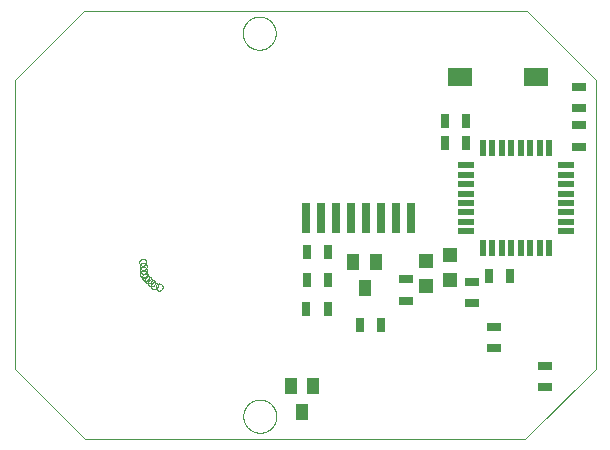
<source format=gtp>
G75*
%MOIN*%
%OFA0B0*%
%FSLAX25Y25*%
%IPPOS*%
%LPD*%
%AMOC8*
5,1,8,0,0,1.08239X$1,22.5*
%
%ADD10C,0.00000*%
%ADD11R,0.02000X0.05800*%
%ADD12R,0.05800X0.02000*%
%ADD13R,0.03150X0.04724*%
%ADD14R,0.04724X0.03150*%
%ADD15R,0.07874X0.06299*%
%ADD16R,0.04724X0.04724*%
%ADD17R,0.03000X0.10000*%
%ADD18R,0.03937X0.05512*%
D10*
X0001855Y0024792D02*
X0025398Y0001249D01*
X0172170Y0001249D01*
X0195713Y0024792D01*
X0195713Y0120934D01*
X0172564Y0144083D01*
X0025005Y0144083D01*
X0001855Y0120934D01*
X0001855Y0024792D01*
X0043627Y0056328D02*
X0043629Y0056397D01*
X0043635Y0056465D01*
X0043645Y0056533D01*
X0043659Y0056600D01*
X0043677Y0056667D01*
X0043698Y0056732D01*
X0043724Y0056796D01*
X0043753Y0056858D01*
X0043785Y0056918D01*
X0043821Y0056977D01*
X0043861Y0057033D01*
X0043903Y0057087D01*
X0043949Y0057138D01*
X0043998Y0057187D01*
X0044049Y0057233D01*
X0044103Y0057275D01*
X0044159Y0057315D01*
X0044217Y0057351D01*
X0044278Y0057383D01*
X0044340Y0057412D01*
X0044404Y0057438D01*
X0044469Y0057459D01*
X0044536Y0057477D01*
X0044603Y0057491D01*
X0044671Y0057501D01*
X0044739Y0057507D01*
X0044808Y0057509D01*
X0044877Y0057507D01*
X0044945Y0057501D01*
X0045013Y0057491D01*
X0045080Y0057477D01*
X0045147Y0057459D01*
X0045212Y0057438D01*
X0045276Y0057412D01*
X0045338Y0057383D01*
X0045398Y0057351D01*
X0045457Y0057315D01*
X0045513Y0057275D01*
X0045567Y0057233D01*
X0045618Y0057187D01*
X0045667Y0057138D01*
X0045713Y0057087D01*
X0045755Y0057033D01*
X0045795Y0056977D01*
X0045831Y0056918D01*
X0045863Y0056858D01*
X0045892Y0056796D01*
X0045918Y0056732D01*
X0045939Y0056667D01*
X0045957Y0056600D01*
X0045971Y0056533D01*
X0045981Y0056465D01*
X0045987Y0056397D01*
X0045989Y0056328D01*
X0045987Y0056259D01*
X0045981Y0056191D01*
X0045971Y0056123D01*
X0045957Y0056056D01*
X0045939Y0055989D01*
X0045918Y0055924D01*
X0045892Y0055860D01*
X0045863Y0055798D01*
X0045831Y0055737D01*
X0045795Y0055679D01*
X0045755Y0055623D01*
X0045713Y0055569D01*
X0045667Y0055518D01*
X0045618Y0055469D01*
X0045567Y0055423D01*
X0045513Y0055381D01*
X0045457Y0055341D01*
X0045399Y0055305D01*
X0045338Y0055273D01*
X0045276Y0055244D01*
X0045212Y0055218D01*
X0045147Y0055197D01*
X0045080Y0055179D01*
X0045013Y0055165D01*
X0044945Y0055155D01*
X0044877Y0055149D01*
X0044808Y0055147D01*
X0044739Y0055149D01*
X0044671Y0055155D01*
X0044603Y0055165D01*
X0044536Y0055179D01*
X0044469Y0055197D01*
X0044404Y0055218D01*
X0044340Y0055244D01*
X0044278Y0055273D01*
X0044217Y0055305D01*
X0044159Y0055341D01*
X0044103Y0055381D01*
X0044049Y0055423D01*
X0043998Y0055469D01*
X0043949Y0055518D01*
X0043903Y0055569D01*
X0043861Y0055623D01*
X0043821Y0055679D01*
X0043785Y0055737D01*
X0043753Y0055798D01*
X0043724Y0055860D01*
X0043698Y0055924D01*
X0043677Y0055989D01*
X0043659Y0056056D01*
X0043645Y0056123D01*
X0043635Y0056191D01*
X0043629Y0056259D01*
X0043627Y0056328D01*
X0043528Y0057607D02*
X0043530Y0057676D01*
X0043536Y0057744D01*
X0043546Y0057812D01*
X0043560Y0057879D01*
X0043578Y0057946D01*
X0043599Y0058011D01*
X0043625Y0058075D01*
X0043654Y0058137D01*
X0043686Y0058197D01*
X0043722Y0058256D01*
X0043762Y0058312D01*
X0043804Y0058366D01*
X0043850Y0058417D01*
X0043899Y0058466D01*
X0043950Y0058512D01*
X0044004Y0058554D01*
X0044060Y0058594D01*
X0044118Y0058630D01*
X0044179Y0058662D01*
X0044241Y0058691D01*
X0044305Y0058717D01*
X0044370Y0058738D01*
X0044437Y0058756D01*
X0044504Y0058770D01*
X0044572Y0058780D01*
X0044640Y0058786D01*
X0044709Y0058788D01*
X0044778Y0058786D01*
X0044846Y0058780D01*
X0044914Y0058770D01*
X0044981Y0058756D01*
X0045048Y0058738D01*
X0045113Y0058717D01*
X0045177Y0058691D01*
X0045239Y0058662D01*
X0045299Y0058630D01*
X0045358Y0058594D01*
X0045414Y0058554D01*
X0045468Y0058512D01*
X0045519Y0058466D01*
X0045568Y0058417D01*
X0045614Y0058366D01*
X0045656Y0058312D01*
X0045696Y0058256D01*
X0045732Y0058197D01*
X0045764Y0058137D01*
X0045793Y0058075D01*
X0045819Y0058011D01*
X0045840Y0057946D01*
X0045858Y0057879D01*
X0045872Y0057812D01*
X0045882Y0057744D01*
X0045888Y0057676D01*
X0045890Y0057607D01*
X0045888Y0057538D01*
X0045882Y0057470D01*
X0045872Y0057402D01*
X0045858Y0057335D01*
X0045840Y0057268D01*
X0045819Y0057203D01*
X0045793Y0057139D01*
X0045764Y0057077D01*
X0045732Y0057016D01*
X0045696Y0056958D01*
X0045656Y0056902D01*
X0045614Y0056848D01*
X0045568Y0056797D01*
X0045519Y0056748D01*
X0045468Y0056702D01*
X0045414Y0056660D01*
X0045358Y0056620D01*
X0045300Y0056584D01*
X0045239Y0056552D01*
X0045177Y0056523D01*
X0045113Y0056497D01*
X0045048Y0056476D01*
X0044981Y0056458D01*
X0044914Y0056444D01*
X0044846Y0056434D01*
X0044778Y0056428D01*
X0044709Y0056426D01*
X0044640Y0056428D01*
X0044572Y0056434D01*
X0044504Y0056444D01*
X0044437Y0056458D01*
X0044370Y0056476D01*
X0044305Y0056497D01*
X0044241Y0056523D01*
X0044179Y0056552D01*
X0044118Y0056584D01*
X0044060Y0056620D01*
X0044004Y0056660D01*
X0043950Y0056702D01*
X0043899Y0056748D01*
X0043850Y0056797D01*
X0043804Y0056848D01*
X0043762Y0056902D01*
X0043722Y0056958D01*
X0043686Y0057016D01*
X0043654Y0057077D01*
X0043625Y0057139D01*
X0043599Y0057203D01*
X0043578Y0057268D01*
X0043560Y0057335D01*
X0043546Y0057402D01*
X0043536Y0057470D01*
X0043530Y0057538D01*
X0043528Y0057607D01*
X0043528Y0058887D02*
X0043530Y0058956D01*
X0043536Y0059024D01*
X0043546Y0059092D01*
X0043560Y0059159D01*
X0043578Y0059226D01*
X0043599Y0059291D01*
X0043625Y0059355D01*
X0043654Y0059417D01*
X0043686Y0059477D01*
X0043722Y0059536D01*
X0043762Y0059592D01*
X0043804Y0059646D01*
X0043850Y0059697D01*
X0043899Y0059746D01*
X0043950Y0059792D01*
X0044004Y0059834D01*
X0044060Y0059874D01*
X0044118Y0059910D01*
X0044179Y0059942D01*
X0044241Y0059971D01*
X0044305Y0059997D01*
X0044370Y0060018D01*
X0044437Y0060036D01*
X0044504Y0060050D01*
X0044572Y0060060D01*
X0044640Y0060066D01*
X0044709Y0060068D01*
X0044778Y0060066D01*
X0044846Y0060060D01*
X0044914Y0060050D01*
X0044981Y0060036D01*
X0045048Y0060018D01*
X0045113Y0059997D01*
X0045177Y0059971D01*
X0045239Y0059942D01*
X0045299Y0059910D01*
X0045358Y0059874D01*
X0045414Y0059834D01*
X0045468Y0059792D01*
X0045519Y0059746D01*
X0045568Y0059697D01*
X0045614Y0059646D01*
X0045656Y0059592D01*
X0045696Y0059536D01*
X0045732Y0059477D01*
X0045764Y0059417D01*
X0045793Y0059355D01*
X0045819Y0059291D01*
X0045840Y0059226D01*
X0045858Y0059159D01*
X0045872Y0059092D01*
X0045882Y0059024D01*
X0045888Y0058956D01*
X0045890Y0058887D01*
X0045888Y0058818D01*
X0045882Y0058750D01*
X0045872Y0058682D01*
X0045858Y0058615D01*
X0045840Y0058548D01*
X0045819Y0058483D01*
X0045793Y0058419D01*
X0045764Y0058357D01*
X0045732Y0058296D01*
X0045696Y0058238D01*
X0045656Y0058182D01*
X0045614Y0058128D01*
X0045568Y0058077D01*
X0045519Y0058028D01*
X0045468Y0057982D01*
X0045414Y0057940D01*
X0045358Y0057900D01*
X0045300Y0057864D01*
X0045239Y0057832D01*
X0045177Y0057803D01*
X0045113Y0057777D01*
X0045048Y0057756D01*
X0044981Y0057738D01*
X0044914Y0057724D01*
X0044846Y0057714D01*
X0044778Y0057708D01*
X0044709Y0057706D01*
X0044640Y0057708D01*
X0044572Y0057714D01*
X0044504Y0057724D01*
X0044437Y0057738D01*
X0044370Y0057756D01*
X0044305Y0057777D01*
X0044241Y0057803D01*
X0044179Y0057832D01*
X0044118Y0057864D01*
X0044060Y0057900D01*
X0044004Y0057940D01*
X0043950Y0057982D01*
X0043899Y0058028D01*
X0043850Y0058077D01*
X0043804Y0058128D01*
X0043762Y0058182D01*
X0043722Y0058238D01*
X0043686Y0058296D01*
X0043654Y0058357D01*
X0043625Y0058419D01*
X0043599Y0058483D01*
X0043578Y0058548D01*
X0043560Y0058615D01*
X0043546Y0058682D01*
X0043536Y0058750D01*
X0043530Y0058818D01*
X0043528Y0058887D01*
X0043430Y0060265D02*
X0043432Y0060334D01*
X0043438Y0060402D01*
X0043448Y0060470D01*
X0043462Y0060537D01*
X0043480Y0060604D01*
X0043501Y0060669D01*
X0043527Y0060733D01*
X0043556Y0060795D01*
X0043588Y0060855D01*
X0043624Y0060914D01*
X0043664Y0060970D01*
X0043706Y0061024D01*
X0043752Y0061075D01*
X0043801Y0061124D01*
X0043852Y0061170D01*
X0043906Y0061212D01*
X0043962Y0061252D01*
X0044020Y0061288D01*
X0044081Y0061320D01*
X0044143Y0061349D01*
X0044207Y0061375D01*
X0044272Y0061396D01*
X0044339Y0061414D01*
X0044406Y0061428D01*
X0044474Y0061438D01*
X0044542Y0061444D01*
X0044611Y0061446D01*
X0044680Y0061444D01*
X0044748Y0061438D01*
X0044816Y0061428D01*
X0044883Y0061414D01*
X0044950Y0061396D01*
X0045015Y0061375D01*
X0045079Y0061349D01*
X0045141Y0061320D01*
X0045201Y0061288D01*
X0045260Y0061252D01*
X0045316Y0061212D01*
X0045370Y0061170D01*
X0045421Y0061124D01*
X0045470Y0061075D01*
X0045516Y0061024D01*
X0045558Y0060970D01*
X0045598Y0060914D01*
X0045634Y0060855D01*
X0045666Y0060795D01*
X0045695Y0060733D01*
X0045721Y0060669D01*
X0045742Y0060604D01*
X0045760Y0060537D01*
X0045774Y0060470D01*
X0045784Y0060402D01*
X0045790Y0060334D01*
X0045792Y0060265D01*
X0045790Y0060196D01*
X0045784Y0060128D01*
X0045774Y0060060D01*
X0045760Y0059993D01*
X0045742Y0059926D01*
X0045721Y0059861D01*
X0045695Y0059797D01*
X0045666Y0059735D01*
X0045634Y0059674D01*
X0045598Y0059616D01*
X0045558Y0059560D01*
X0045516Y0059506D01*
X0045470Y0059455D01*
X0045421Y0059406D01*
X0045370Y0059360D01*
X0045316Y0059318D01*
X0045260Y0059278D01*
X0045202Y0059242D01*
X0045141Y0059210D01*
X0045079Y0059181D01*
X0045015Y0059155D01*
X0044950Y0059134D01*
X0044883Y0059116D01*
X0044816Y0059102D01*
X0044748Y0059092D01*
X0044680Y0059086D01*
X0044611Y0059084D01*
X0044542Y0059086D01*
X0044474Y0059092D01*
X0044406Y0059102D01*
X0044339Y0059116D01*
X0044272Y0059134D01*
X0044207Y0059155D01*
X0044143Y0059181D01*
X0044081Y0059210D01*
X0044020Y0059242D01*
X0043962Y0059278D01*
X0043906Y0059318D01*
X0043852Y0059360D01*
X0043801Y0059406D01*
X0043752Y0059455D01*
X0043706Y0059506D01*
X0043664Y0059560D01*
X0043624Y0059616D01*
X0043588Y0059674D01*
X0043556Y0059735D01*
X0043527Y0059797D01*
X0043501Y0059861D01*
X0043480Y0059926D01*
X0043462Y0059993D01*
X0043448Y0060060D01*
X0043438Y0060128D01*
X0043432Y0060196D01*
X0043430Y0060265D01*
X0044316Y0055245D02*
X0044318Y0055314D01*
X0044324Y0055382D01*
X0044334Y0055450D01*
X0044348Y0055517D01*
X0044366Y0055584D01*
X0044387Y0055649D01*
X0044413Y0055713D01*
X0044442Y0055775D01*
X0044474Y0055835D01*
X0044510Y0055894D01*
X0044550Y0055950D01*
X0044592Y0056004D01*
X0044638Y0056055D01*
X0044687Y0056104D01*
X0044738Y0056150D01*
X0044792Y0056192D01*
X0044848Y0056232D01*
X0044906Y0056268D01*
X0044967Y0056300D01*
X0045029Y0056329D01*
X0045093Y0056355D01*
X0045158Y0056376D01*
X0045225Y0056394D01*
X0045292Y0056408D01*
X0045360Y0056418D01*
X0045428Y0056424D01*
X0045497Y0056426D01*
X0045566Y0056424D01*
X0045634Y0056418D01*
X0045702Y0056408D01*
X0045769Y0056394D01*
X0045836Y0056376D01*
X0045901Y0056355D01*
X0045965Y0056329D01*
X0046027Y0056300D01*
X0046087Y0056268D01*
X0046146Y0056232D01*
X0046202Y0056192D01*
X0046256Y0056150D01*
X0046307Y0056104D01*
X0046356Y0056055D01*
X0046402Y0056004D01*
X0046444Y0055950D01*
X0046484Y0055894D01*
X0046520Y0055835D01*
X0046552Y0055775D01*
X0046581Y0055713D01*
X0046607Y0055649D01*
X0046628Y0055584D01*
X0046646Y0055517D01*
X0046660Y0055450D01*
X0046670Y0055382D01*
X0046676Y0055314D01*
X0046678Y0055245D01*
X0046676Y0055176D01*
X0046670Y0055108D01*
X0046660Y0055040D01*
X0046646Y0054973D01*
X0046628Y0054906D01*
X0046607Y0054841D01*
X0046581Y0054777D01*
X0046552Y0054715D01*
X0046520Y0054654D01*
X0046484Y0054596D01*
X0046444Y0054540D01*
X0046402Y0054486D01*
X0046356Y0054435D01*
X0046307Y0054386D01*
X0046256Y0054340D01*
X0046202Y0054298D01*
X0046146Y0054258D01*
X0046088Y0054222D01*
X0046027Y0054190D01*
X0045965Y0054161D01*
X0045901Y0054135D01*
X0045836Y0054114D01*
X0045769Y0054096D01*
X0045702Y0054082D01*
X0045634Y0054072D01*
X0045566Y0054066D01*
X0045497Y0054064D01*
X0045428Y0054066D01*
X0045360Y0054072D01*
X0045292Y0054082D01*
X0045225Y0054096D01*
X0045158Y0054114D01*
X0045093Y0054135D01*
X0045029Y0054161D01*
X0044967Y0054190D01*
X0044906Y0054222D01*
X0044848Y0054258D01*
X0044792Y0054298D01*
X0044738Y0054340D01*
X0044687Y0054386D01*
X0044638Y0054435D01*
X0044592Y0054486D01*
X0044550Y0054540D01*
X0044510Y0054596D01*
X0044474Y0054654D01*
X0044442Y0054715D01*
X0044413Y0054777D01*
X0044387Y0054841D01*
X0044366Y0054906D01*
X0044348Y0054973D01*
X0044334Y0055040D01*
X0044324Y0055108D01*
X0044318Y0055176D01*
X0044316Y0055245D01*
X0045202Y0054359D02*
X0045204Y0054428D01*
X0045210Y0054496D01*
X0045220Y0054564D01*
X0045234Y0054631D01*
X0045252Y0054698D01*
X0045273Y0054763D01*
X0045299Y0054827D01*
X0045328Y0054889D01*
X0045360Y0054949D01*
X0045396Y0055008D01*
X0045436Y0055064D01*
X0045478Y0055118D01*
X0045524Y0055169D01*
X0045573Y0055218D01*
X0045624Y0055264D01*
X0045678Y0055306D01*
X0045734Y0055346D01*
X0045792Y0055382D01*
X0045853Y0055414D01*
X0045915Y0055443D01*
X0045979Y0055469D01*
X0046044Y0055490D01*
X0046111Y0055508D01*
X0046178Y0055522D01*
X0046246Y0055532D01*
X0046314Y0055538D01*
X0046383Y0055540D01*
X0046452Y0055538D01*
X0046520Y0055532D01*
X0046588Y0055522D01*
X0046655Y0055508D01*
X0046722Y0055490D01*
X0046787Y0055469D01*
X0046851Y0055443D01*
X0046913Y0055414D01*
X0046973Y0055382D01*
X0047032Y0055346D01*
X0047088Y0055306D01*
X0047142Y0055264D01*
X0047193Y0055218D01*
X0047242Y0055169D01*
X0047288Y0055118D01*
X0047330Y0055064D01*
X0047370Y0055008D01*
X0047406Y0054949D01*
X0047438Y0054889D01*
X0047467Y0054827D01*
X0047493Y0054763D01*
X0047514Y0054698D01*
X0047532Y0054631D01*
X0047546Y0054564D01*
X0047556Y0054496D01*
X0047562Y0054428D01*
X0047564Y0054359D01*
X0047562Y0054290D01*
X0047556Y0054222D01*
X0047546Y0054154D01*
X0047532Y0054087D01*
X0047514Y0054020D01*
X0047493Y0053955D01*
X0047467Y0053891D01*
X0047438Y0053829D01*
X0047406Y0053768D01*
X0047370Y0053710D01*
X0047330Y0053654D01*
X0047288Y0053600D01*
X0047242Y0053549D01*
X0047193Y0053500D01*
X0047142Y0053454D01*
X0047088Y0053412D01*
X0047032Y0053372D01*
X0046974Y0053336D01*
X0046913Y0053304D01*
X0046851Y0053275D01*
X0046787Y0053249D01*
X0046722Y0053228D01*
X0046655Y0053210D01*
X0046588Y0053196D01*
X0046520Y0053186D01*
X0046452Y0053180D01*
X0046383Y0053178D01*
X0046314Y0053180D01*
X0046246Y0053186D01*
X0046178Y0053196D01*
X0046111Y0053210D01*
X0046044Y0053228D01*
X0045979Y0053249D01*
X0045915Y0053275D01*
X0045853Y0053304D01*
X0045792Y0053336D01*
X0045734Y0053372D01*
X0045678Y0053412D01*
X0045624Y0053454D01*
X0045573Y0053500D01*
X0045524Y0053549D01*
X0045478Y0053600D01*
X0045436Y0053654D01*
X0045396Y0053710D01*
X0045360Y0053768D01*
X0045328Y0053829D01*
X0045299Y0053891D01*
X0045273Y0053955D01*
X0045252Y0054020D01*
X0045234Y0054087D01*
X0045220Y0054154D01*
X0045210Y0054222D01*
X0045204Y0054290D01*
X0045202Y0054359D01*
X0046284Y0053375D02*
X0046286Y0053444D01*
X0046292Y0053512D01*
X0046302Y0053580D01*
X0046316Y0053647D01*
X0046334Y0053714D01*
X0046355Y0053779D01*
X0046381Y0053843D01*
X0046410Y0053905D01*
X0046442Y0053965D01*
X0046478Y0054024D01*
X0046518Y0054080D01*
X0046560Y0054134D01*
X0046606Y0054185D01*
X0046655Y0054234D01*
X0046706Y0054280D01*
X0046760Y0054322D01*
X0046816Y0054362D01*
X0046874Y0054398D01*
X0046935Y0054430D01*
X0046997Y0054459D01*
X0047061Y0054485D01*
X0047126Y0054506D01*
X0047193Y0054524D01*
X0047260Y0054538D01*
X0047328Y0054548D01*
X0047396Y0054554D01*
X0047465Y0054556D01*
X0047534Y0054554D01*
X0047602Y0054548D01*
X0047670Y0054538D01*
X0047737Y0054524D01*
X0047804Y0054506D01*
X0047869Y0054485D01*
X0047933Y0054459D01*
X0047995Y0054430D01*
X0048055Y0054398D01*
X0048114Y0054362D01*
X0048170Y0054322D01*
X0048224Y0054280D01*
X0048275Y0054234D01*
X0048324Y0054185D01*
X0048370Y0054134D01*
X0048412Y0054080D01*
X0048452Y0054024D01*
X0048488Y0053965D01*
X0048520Y0053905D01*
X0048549Y0053843D01*
X0048575Y0053779D01*
X0048596Y0053714D01*
X0048614Y0053647D01*
X0048628Y0053580D01*
X0048638Y0053512D01*
X0048644Y0053444D01*
X0048646Y0053375D01*
X0048644Y0053306D01*
X0048638Y0053238D01*
X0048628Y0053170D01*
X0048614Y0053103D01*
X0048596Y0053036D01*
X0048575Y0052971D01*
X0048549Y0052907D01*
X0048520Y0052845D01*
X0048488Y0052784D01*
X0048452Y0052726D01*
X0048412Y0052670D01*
X0048370Y0052616D01*
X0048324Y0052565D01*
X0048275Y0052516D01*
X0048224Y0052470D01*
X0048170Y0052428D01*
X0048114Y0052388D01*
X0048056Y0052352D01*
X0047995Y0052320D01*
X0047933Y0052291D01*
X0047869Y0052265D01*
X0047804Y0052244D01*
X0047737Y0052226D01*
X0047670Y0052212D01*
X0047602Y0052202D01*
X0047534Y0052196D01*
X0047465Y0052194D01*
X0047396Y0052196D01*
X0047328Y0052202D01*
X0047260Y0052212D01*
X0047193Y0052226D01*
X0047126Y0052244D01*
X0047061Y0052265D01*
X0046997Y0052291D01*
X0046935Y0052320D01*
X0046874Y0052352D01*
X0046816Y0052388D01*
X0046760Y0052428D01*
X0046706Y0052470D01*
X0046655Y0052516D01*
X0046606Y0052565D01*
X0046560Y0052616D01*
X0046518Y0052670D01*
X0046478Y0052726D01*
X0046442Y0052784D01*
X0046410Y0052845D01*
X0046381Y0052907D01*
X0046355Y0052971D01*
X0046334Y0053036D01*
X0046316Y0053103D01*
X0046302Y0053170D01*
X0046292Y0053238D01*
X0046286Y0053306D01*
X0046284Y0053375D01*
X0047269Y0052391D02*
X0047271Y0052460D01*
X0047277Y0052528D01*
X0047287Y0052596D01*
X0047301Y0052663D01*
X0047319Y0052730D01*
X0047340Y0052795D01*
X0047366Y0052859D01*
X0047395Y0052921D01*
X0047427Y0052981D01*
X0047463Y0053040D01*
X0047503Y0053096D01*
X0047545Y0053150D01*
X0047591Y0053201D01*
X0047640Y0053250D01*
X0047691Y0053296D01*
X0047745Y0053338D01*
X0047801Y0053378D01*
X0047859Y0053414D01*
X0047920Y0053446D01*
X0047982Y0053475D01*
X0048046Y0053501D01*
X0048111Y0053522D01*
X0048178Y0053540D01*
X0048245Y0053554D01*
X0048313Y0053564D01*
X0048381Y0053570D01*
X0048450Y0053572D01*
X0048519Y0053570D01*
X0048587Y0053564D01*
X0048655Y0053554D01*
X0048722Y0053540D01*
X0048789Y0053522D01*
X0048854Y0053501D01*
X0048918Y0053475D01*
X0048980Y0053446D01*
X0049040Y0053414D01*
X0049099Y0053378D01*
X0049155Y0053338D01*
X0049209Y0053296D01*
X0049260Y0053250D01*
X0049309Y0053201D01*
X0049355Y0053150D01*
X0049397Y0053096D01*
X0049437Y0053040D01*
X0049473Y0052981D01*
X0049505Y0052921D01*
X0049534Y0052859D01*
X0049560Y0052795D01*
X0049581Y0052730D01*
X0049599Y0052663D01*
X0049613Y0052596D01*
X0049623Y0052528D01*
X0049629Y0052460D01*
X0049631Y0052391D01*
X0049629Y0052322D01*
X0049623Y0052254D01*
X0049613Y0052186D01*
X0049599Y0052119D01*
X0049581Y0052052D01*
X0049560Y0051987D01*
X0049534Y0051923D01*
X0049505Y0051861D01*
X0049473Y0051800D01*
X0049437Y0051742D01*
X0049397Y0051686D01*
X0049355Y0051632D01*
X0049309Y0051581D01*
X0049260Y0051532D01*
X0049209Y0051486D01*
X0049155Y0051444D01*
X0049099Y0051404D01*
X0049041Y0051368D01*
X0048980Y0051336D01*
X0048918Y0051307D01*
X0048854Y0051281D01*
X0048789Y0051260D01*
X0048722Y0051242D01*
X0048655Y0051228D01*
X0048587Y0051218D01*
X0048519Y0051212D01*
X0048450Y0051210D01*
X0048381Y0051212D01*
X0048313Y0051218D01*
X0048245Y0051228D01*
X0048178Y0051242D01*
X0048111Y0051260D01*
X0048046Y0051281D01*
X0047982Y0051307D01*
X0047920Y0051336D01*
X0047859Y0051368D01*
X0047801Y0051404D01*
X0047745Y0051444D01*
X0047691Y0051486D01*
X0047640Y0051532D01*
X0047591Y0051581D01*
X0047545Y0051632D01*
X0047503Y0051686D01*
X0047463Y0051742D01*
X0047427Y0051800D01*
X0047395Y0051861D01*
X0047366Y0051923D01*
X0047340Y0051987D01*
X0047319Y0052052D01*
X0047301Y0052119D01*
X0047287Y0052186D01*
X0047277Y0052254D01*
X0047271Y0052322D01*
X0047269Y0052391D01*
X0048843Y0051997D02*
X0048845Y0052066D01*
X0048851Y0052134D01*
X0048861Y0052202D01*
X0048875Y0052269D01*
X0048893Y0052336D01*
X0048914Y0052401D01*
X0048940Y0052465D01*
X0048969Y0052527D01*
X0049001Y0052587D01*
X0049037Y0052646D01*
X0049077Y0052702D01*
X0049119Y0052756D01*
X0049165Y0052807D01*
X0049214Y0052856D01*
X0049265Y0052902D01*
X0049319Y0052944D01*
X0049375Y0052984D01*
X0049433Y0053020D01*
X0049494Y0053052D01*
X0049556Y0053081D01*
X0049620Y0053107D01*
X0049685Y0053128D01*
X0049752Y0053146D01*
X0049819Y0053160D01*
X0049887Y0053170D01*
X0049955Y0053176D01*
X0050024Y0053178D01*
X0050093Y0053176D01*
X0050161Y0053170D01*
X0050229Y0053160D01*
X0050296Y0053146D01*
X0050363Y0053128D01*
X0050428Y0053107D01*
X0050492Y0053081D01*
X0050554Y0053052D01*
X0050614Y0053020D01*
X0050673Y0052984D01*
X0050729Y0052944D01*
X0050783Y0052902D01*
X0050834Y0052856D01*
X0050883Y0052807D01*
X0050929Y0052756D01*
X0050971Y0052702D01*
X0051011Y0052646D01*
X0051047Y0052587D01*
X0051079Y0052527D01*
X0051108Y0052465D01*
X0051134Y0052401D01*
X0051155Y0052336D01*
X0051173Y0052269D01*
X0051187Y0052202D01*
X0051197Y0052134D01*
X0051203Y0052066D01*
X0051205Y0051997D01*
X0051203Y0051928D01*
X0051197Y0051860D01*
X0051187Y0051792D01*
X0051173Y0051725D01*
X0051155Y0051658D01*
X0051134Y0051593D01*
X0051108Y0051529D01*
X0051079Y0051467D01*
X0051047Y0051406D01*
X0051011Y0051348D01*
X0050971Y0051292D01*
X0050929Y0051238D01*
X0050883Y0051187D01*
X0050834Y0051138D01*
X0050783Y0051092D01*
X0050729Y0051050D01*
X0050673Y0051010D01*
X0050615Y0050974D01*
X0050554Y0050942D01*
X0050492Y0050913D01*
X0050428Y0050887D01*
X0050363Y0050866D01*
X0050296Y0050848D01*
X0050229Y0050834D01*
X0050161Y0050824D01*
X0050093Y0050818D01*
X0050024Y0050816D01*
X0049955Y0050818D01*
X0049887Y0050824D01*
X0049819Y0050834D01*
X0049752Y0050848D01*
X0049685Y0050866D01*
X0049620Y0050887D01*
X0049556Y0050913D01*
X0049494Y0050942D01*
X0049433Y0050974D01*
X0049375Y0051010D01*
X0049319Y0051050D01*
X0049265Y0051092D01*
X0049214Y0051138D01*
X0049165Y0051187D01*
X0049119Y0051238D01*
X0049077Y0051292D01*
X0049037Y0051348D01*
X0049001Y0051406D01*
X0048969Y0051467D01*
X0048940Y0051529D01*
X0048914Y0051593D01*
X0048893Y0051658D01*
X0048875Y0051725D01*
X0048861Y0051792D01*
X0048851Y0051860D01*
X0048845Y0051928D01*
X0048843Y0051997D01*
X0078100Y0008929D02*
X0078102Y0009077D01*
X0078108Y0009225D01*
X0078118Y0009373D01*
X0078132Y0009520D01*
X0078150Y0009667D01*
X0078171Y0009813D01*
X0078197Y0009959D01*
X0078227Y0010104D01*
X0078260Y0010248D01*
X0078298Y0010391D01*
X0078339Y0010533D01*
X0078384Y0010674D01*
X0078432Y0010814D01*
X0078485Y0010953D01*
X0078541Y0011090D01*
X0078601Y0011225D01*
X0078664Y0011359D01*
X0078731Y0011491D01*
X0078802Y0011621D01*
X0078876Y0011749D01*
X0078953Y0011875D01*
X0079034Y0011999D01*
X0079118Y0012121D01*
X0079205Y0012240D01*
X0079296Y0012357D01*
X0079390Y0012472D01*
X0079486Y0012584D01*
X0079586Y0012694D01*
X0079688Y0012800D01*
X0079794Y0012904D01*
X0079902Y0013005D01*
X0080013Y0013103D01*
X0080126Y0013199D01*
X0080242Y0013291D01*
X0080360Y0013380D01*
X0080481Y0013465D01*
X0080604Y0013548D01*
X0080729Y0013627D01*
X0080856Y0013703D01*
X0080985Y0013775D01*
X0081116Y0013844D01*
X0081249Y0013909D01*
X0081384Y0013970D01*
X0081520Y0014028D01*
X0081657Y0014083D01*
X0081796Y0014133D01*
X0081937Y0014180D01*
X0082078Y0014223D01*
X0082221Y0014263D01*
X0082365Y0014298D01*
X0082509Y0014330D01*
X0082655Y0014357D01*
X0082801Y0014381D01*
X0082948Y0014401D01*
X0083095Y0014417D01*
X0083242Y0014429D01*
X0083390Y0014437D01*
X0083538Y0014441D01*
X0083686Y0014441D01*
X0083834Y0014437D01*
X0083982Y0014429D01*
X0084129Y0014417D01*
X0084276Y0014401D01*
X0084423Y0014381D01*
X0084569Y0014357D01*
X0084715Y0014330D01*
X0084859Y0014298D01*
X0085003Y0014263D01*
X0085146Y0014223D01*
X0085287Y0014180D01*
X0085428Y0014133D01*
X0085567Y0014083D01*
X0085704Y0014028D01*
X0085840Y0013970D01*
X0085975Y0013909D01*
X0086108Y0013844D01*
X0086239Y0013775D01*
X0086368Y0013703D01*
X0086495Y0013627D01*
X0086620Y0013548D01*
X0086743Y0013465D01*
X0086864Y0013380D01*
X0086982Y0013291D01*
X0087098Y0013199D01*
X0087211Y0013103D01*
X0087322Y0013005D01*
X0087430Y0012904D01*
X0087536Y0012800D01*
X0087638Y0012694D01*
X0087738Y0012584D01*
X0087834Y0012472D01*
X0087928Y0012357D01*
X0088019Y0012240D01*
X0088106Y0012121D01*
X0088190Y0011999D01*
X0088271Y0011875D01*
X0088348Y0011749D01*
X0088422Y0011621D01*
X0088493Y0011491D01*
X0088560Y0011359D01*
X0088623Y0011225D01*
X0088683Y0011090D01*
X0088739Y0010953D01*
X0088792Y0010814D01*
X0088840Y0010674D01*
X0088885Y0010533D01*
X0088926Y0010391D01*
X0088964Y0010248D01*
X0088997Y0010104D01*
X0089027Y0009959D01*
X0089053Y0009813D01*
X0089074Y0009667D01*
X0089092Y0009520D01*
X0089106Y0009373D01*
X0089116Y0009225D01*
X0089122Y0009077D01*
X0089124Y0008929D01*
X0089122Y0008781D01*
X0089116Y0008633D01*
X0089106Y0008485D01*
X0089092Y0008338D01*
X0089074Y0008191D01*
X0089053Y0008045D01*
X0089027Y0007899D01*
X0088997Y0007754D01*
X0088964Y0007610D01*
X0088926Y0007467D01*
X0088885Y0007325D01*
X0088840Y0007184D01*
X0088792Y0007044D01*
X0088739Y0006905D01*
X0088683Y0006768D01*
X0088623Y0006633D01*
X0088560Y0006499D01*
X0088493Y0006367D01*
X0088422Y0006237D01*
X0088348Y0006109D01*
X0088271Y0005983D01*
X0088190Y0005859D01*
X0088106Y0005737D01*
X0088019Y0005618D01*
X0087928Y0005501D01*
X0087834Y0005386D01*
X0087738Y0005274D01*
X0087638Y0005164D01*
X0087536Y0005058D01*
X0087430Y0004954D01*
X0087322Y0004853D01*
X0087211Y0004755D01*
X0087098Y0004659D01*
X0086982Y0004567D01*
X0086864Y0004478D01*
X0086743Y0004393D01*
X0086620Y0004310D01*
X0086495Y0004231D01*
X0086368Y0004155D01*
X0086239Y0004083D01*
X0086108Y0004014D01*
X0085975Y0003949D01*
X0085840Y0003888D01*
X0085704Y0003830D01*
X0085567Y0003775D01*
X0085428Y0003725D01*
X0085287Y0003678D01*
X0085146Y0003635D01*
X0085003Y0003595D01*
X0084859Y0003560D01*
X0084715Y0003528D01*
X0084569Y0003501D01*
X0084423Y0003477D01*
X0084276Y0003457D01*
X0084129Y0003441D01*
X0083982Y0003429D01*
X0083834Y0003421D01*
X0083686Y0003417D01*
X0083538Y0003417D01*
X0083390Y0003421D01*
X0083242Y0003429D01*
X0083095Y0003441D01*
X0082948Y0003457D01*
X0082801Y0003477D01*
X0082655Y0003501D01*
X0082509Y0003528D01*
X0082365Y0003560D01*
X0082221Y0003595D01*
X0082078Y0003635D01*
X0081937Y0003678D01*
X0081796Y0003725D01*
X0081657Y0003775D01*
X0081520Y0003830D01*
X0081384Y0003888D01*
X0081249Y0003949D01*
X0081116Y0004014D01*
X0080985Y0004083D01*
X0080856Y0004155D01*
X0080729Y0004231D01*
X0080604Y0004310D01*
X0080481Y0004393D01*
X0080360Y0004478D01*
X0080242Y0004567D01*
X0080126Y0004659D01*
X0080013Y0004755D01*
X0079902Y0004853D01*
X0079794Y0004954D01*
X0079688Y0005058D01*
X0079586Y0005164D01*
X0079486Y0005274D01*
X0079390Y0005386D01*
X0079296Y0005501D01*
X0079205Y0005618D01*
X0079118Y0005737D01*
X0079034Y0005859D01*
X0078953Y0005983D01*
X0078876Y0006109D01*
X0078802Y0006237D01*
X0078731Y0006367D01*
X0078664Y0006499D01*
X0078601Y0006633D01*
X0078541Y0006768D01*
X0078485Y0006905D01*
X0078432Y0007044D01*
X0078384Y0007184D01*
X0078339Y0007325D01*
X0078298Y0007467D01*
X0078260Y0007610D01*
X0078227Y0007754D01*
X0078197Y0007899D01*
X0078171Y0008045D01*
X0078150Y0008191D01*
X0078132Y0008338D01*
X0078118Y0008485D01*
X0078108Y0008633D01*
X0078102Y0008781D01*
X0078100Y0008929D01*
X0077903Y0136606D02*
X0077905Y0136754D01*
X0077911Y0136902D01*
X0077921Y0137050D01*
X0077935Y0137197D01*
X0077953Y0137344D01*
X0077974Y0137490D01*
X0078000Y0137636D01*
X0078030Y0137781D01*
X0078063Y0137925D01*
X0078101Y0138068D01*
X0078142Y0138210D01*
X0078187Y0138351D01*
X0078235Y0138491D01*
X0078288Y0138630D01*
X0078344Y0138767D01*
X0078404Y0138902D01*
X0078467Y0139036D01*
X0078534Y0139168D01*
X0078605Y0139298D01*
X0078679Y0139426D01*
X0078756Y0139552D01*
X0078837Y0139676D01*
X0078921Y0139798D01*
X0079008Y0139917D01*
X0079099Y0140034D01*
X0079193Y0140149D01*
X0079289Y0140261D01*
X0079389Y0140371D01*
X0079491Y0140477D01*
X0079597Y0140581D01*
X0079705Y0140682D01*
X0079816Y0140780D01*
X0079929Y0140876D01*
X0080045Y0140968D01*
X0080163Y0141057D01*
X0080284Y0141142D01*
X0080407Y0141225D01*
X0080532Y0141304D01*
X0080659Y0141380D01*
X0080788Y0141452D01*
X0080919Y0141521D01*
X0081052Y0141586D01*
X0081187Y0141647D01*
X0081323Y0141705D01*
X0081460Y0141760D01*
X0081599Y0141810D01*
X0081740Y0141857D01*
X0081881Y0141900D01*
X0082024Y0141940D01*
X0082168Y0141975D01*
X0082312Y0142007D01*
X0082458Y0142034D01*
X0082604Y0142058D01*
X0082751Y0142078D01*
X0082898Y0142094D01*
X0083045Y0142106D01*
X0083193Y0142114D01*
X0083341Y0142118D01*
X0083489Y0142118D01*
X0083637Y0142114D01*
X0083785Y0142106D01*
X0083932Y0142094D01*
X0084079Y0142078D01*
X0084226Y0142058D01*
X0084372Y0142034D01*
X0084518Y0142007D01*
X0084662Y0141975D01*
X0084806Y0141940D01*
X0084949Y0141900D01*
X0085090Y0141857D01*
X0085231Y0141810D01*
X0085370Y0141760D01*
X0085507Y0141705D01*
X0085643Y0141647D01*
X0085778Y0141586D01*
X0085911Y0141521D01*
X0086042Y0141452D01*
X0086171Y0141380D01*
X0086298Y0141304D01*
X0086423Y0141225D01*
X0086546Y0141142D01*
X0086667Y0141057D01*
X0086785Y0140968D01*
X0086901Y0140876D01*
X0087014Y0140780D01*
X0087125Y0140682D01*
X0087233Y0140581D01*
X0087339Y0140477D01*
X0087441Y0140371D01*
X0087541Y0140261D01*
X0087637Y0140149D01*
X0087731Y0140034D01*
X0087822Y0139917D01*
X0087909Y0139798D01*
X0087993Y0139676D01*
X0088074Y0139552D01*
X0088151Y0139426D01*
X0088225Y0139298D01*
X0088296Y0139168D01*
X0088363Y0139036D01*
X0088426Y0138902D01*
X0088486Y0138767D01*
X0088542Y0138630D01*
X0088595Y0138491D01*
X0088643Y0138351D01*
X0088688Y0138210D01*
X0088729Y0138068D01*
X0088767Y0137925D01*
X0088800Y0137781D01*
X0088830Y0137636D01*
X0088856Y0137490D01*
X0088877Y0137344D01*
X0088895Y0137197D01*
X0088909Y0137050D01*
X0088919Y0136902D01*
X0088925Y0136754D01*
X0088927Y0136606D01*
X0088925Y0136458D01*
X0088919Y0136310D01*
X0088909Y0136162D01*
X0088895Y0136015D01*
X0088877Y0135868D01*
X0088856Y0135722D01*
X0088830Y0135576D01*
X0088800Y0135431D01*
X0088767Y0135287D01*
X0088729Y0135144D01*
X0088688Y0135002D01*
X0088643Y0134861D01*
X0088595Y0134721D01*
X0088542Y0134582D01*
X0088486Y0134445D01*
X0088426Y0134310D01*
X0088363Y0134176D01*
X0088296Y0134044D01*
X0088225Y0133914D01*
X0088151Y0133786D01*
X0088074Y0133660D01*
X0087993Y0133536D01*
X0087909Y0133414D01*
X0087822Y0133295D01*
X0087731Y0133178D01*
X0087637Y0133063D01*
X0087541Y0132951D01*
X0087441Y0132841D01*
X0087339Y0132735D01*
X0087233Y0132631D01*
X0087125Y0132530D01*
X0087014Y0132432D01*
X0086901Y0132336D01*
X0086785Y0132244D01*
X0086667Y0132155D01*
X0086546Y0132070D01*
X0086423Y0131987D01*
X0086298Y0131908D01*
X0086171Y0131832D01*
X0086042Y0131760D01*
X0085911Y0131691D01*
X0085778Y0131626D01*
X0085643Y0131565D01*
X0085507Y0131507D01*
X0085370Y0131452D01*
X0085231Y0131402D01*
X0085090Y0131355D01*
X0084949Y0131312D01*
X0084806Y0131272D01*
X0084662Y0131237D01*
X0084518Y0131205D01*
X0084372Y0131178D01*
X0084226Y0131154D01*
X0084079Y0131134D01*
X0083932Y0131118D01*
X0083785Y0131106D01*
X0083637Y0131098D01*
X0083489Y0131094D01*
X0083341Y0131094D01*
X0083193Y0131098D01*
X0083045Y0131106D01*
X0082898Y0131118D01*
X0082751Y0131134D01*
X0082604Y0131154D01*
X0082458Y0131178D01*
X0082312Y0131205D01*
X0082168Y0131237D01*
X0082024Y0131272D01*
X0081881Y0131312D01*
X0081740Y0131355D01*
X0081599Y0131402D01*
X0081460Y0131452D01*
X0081323Y0131507D01*
X0081187Y0131565D01*
X0081052Y0131626D01*
X0080919Y0131691D01*
X0080788Y0131760D01*
X0080659Y0131832D01*
X0080532Y0131908D01*
X0080407Y0131987D01*
X0080284Y0132070D01*
X0080163Y0132155D01*
X0080045Y0132244D01*
X0079929Y0132336D01*
X0079816Y0132432D01*
X0079705Y0132530D01*
X0079597Y0132631D01*
X0079491Y0132735D01*
X0079389Y0132841D01*
X0079289Y0132951D01*
X0079193Y0133063D01*
X0079099Y0133178D01*
X0079008Y0133295D01*
X0078921Y0133414D01*
X0078837Y0133536D01*
X0078756Y0133660D01*
X0078679Y0133786D01*
X0078605Y0133914D01*
X0078534Y0134044D01*
X0078467Y0134176D01*
X0078404Y0134310D01*
X0078344Y0134445D01*
X0078288Y0134582D01*
X0078235Y0134721D01*
X0078187Y0134861D01*
X0078142Y0135002D01*
X0078101Y0135144D01*
X0078063Y0135287D01*
X0078030Y0135431D01*
X0078000Y0135576D01*
X0077974Y0135722D01*
X0077953Y0135868D01*
X0077935Y0136015D01*
X0077921Y0136162D01*
X0077911Y0136310D01*
X0077905Y0136458D01*
X0077903Y0136606D01*
D11*
X0158020Y0098264D03*
X0161120Y0098264D03*
X0164320Y0098264D03*
X0167420Y0098264D03*
X0170620Y0098264D03*
X0173720Y0098264D03*
X0176920Y0098264D03*
X0180020Y0098264D03*
X0180020Y0064864D03*
X0176920Y0064864D03*
X0173720Y0064864D03*
X0170620Y0064864D03*
X0167420Y0064864D03*
X0164320Y0064864D03*
X0161120Y0064864D03*
X0158020Y0064864D03*
D12*
X0152320Y0070564D03*
X0152320Y0073664D03*
X0152320Y0076864D03*
X0152320Y0079964D03*
X0152320Y0083164D03*
X0152320Y0086264D03*
X0152320Y0089464D03*
X0152320Y0092564D03*
X0185720Y0092564D03*
X0185720Y0089464D03*
X0185720Y0086264D03*
X0185720Y0083164D03*
X0185720Y0079964D03*
X0185720Y0076864D03*
X0185720Y0073664D03*
X0185720Y0070564D03*
D13*
X0166973Y0055540D03*
X0159887Y0055540D03*
X0123942Y0039202D03*
X0116855Y0039202D03*
X0106225Y0044792D03*
X0099139Y0044792D03*
X0099217Y0054477D03*
X0106304Y0054477D03*
X0106265Y0063808D03*
X0099178Y0063808D03*
X0145359Y0099989D03*
X0152446Y0099989D03*
X0152485Y0107372D03*
X0145398Y0107372D03*
D14*
X0189965Y0105894D03*
X0190005Y0111524D03*
X0190005Y0118611D03*
X0189965Y0098808D03*
X0132461Y0054536D03*
X0132461Y0047450D03*
X0154217Y0046643D03*
X0154217Y0053729D03*
X0161839Y0038621D03*
X0161839Y0031535D03*
X0178666Y0025816D03*
X0178666Y0018729D03*
D15*
X0175831Y0122076D03*
X0150241Y0122076D03*
D16*
X0146934Y0062745D03*
X0139139Y0060698D03*
X0146934Y0054477D03*
X0139139Y0052430D03*
D17*
X0134099Y0075146D03*
X0129099Y0075146D03*
X0124099Y0075146D03*
X0119099Y0075146D03*
X0114099Y0075146D03*
X0109099Y0075146D03*
X0104099Y0075146D03*
X0099099Y0075146D03*
D18*
X0114808Y0060383D03*
X0122288Y0060383D03*
X0118548Y0051721D03*
X0101383Y0019123D03*
X0093902Y0019123D03*
X0097643Y0010461D03*
M02*

</source>
